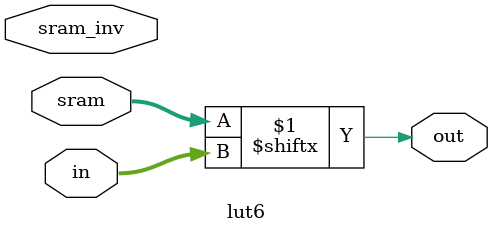
<source format=v>
module lut6 (
input [5:0] in,
output out,
input [63:0] sram,
input [63:0] sram_inv);

  assign out = sram[in];

endmodule

</source>
